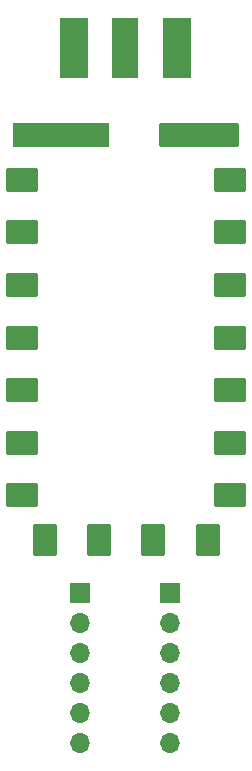
<source format=gbr>
%TF.GenerationSoftware,KiCad,Pcbnew,7.0.7*%
%TF.CreationDate,2023-09-17T23:45:05-06:00*%
%TF.ProjectId,dra818-breakout,64726138-3138-42d6-9272-65616b6f7574,1*%
%TF.SameCoordinates,Original*%
%TF.FileFunction,Soldermask,Top*%
%TF.FilePolarity,Negative*%
%FSLAX46Y46*%
G04 Gerber Fmt 4.6, Leading zero omitted, Abs format (unit mm)*
G04 Created by KiCad (PCBNEW 7.0.7) date 2023-09-17 23:45:05*
%MOMM*%
%LPD*%
G01*
G04 APERTURE LIST*
G04 Aperture macros list*
%AMRoundRect*
0 Rectangle with rounded corners*
0 $1 Rounding radius*
0 $2 $3 $4 $5 $6 $7 $8 $9 X,Y pos of 4 corners*
0 Add a 4 corners polygon primitive as box body*
4,1,4,$2,$3,$4,$5,$6,$7,$8,$9,$2,$3,0*
0 Add four circle primitives for the rounded corners*
1,1,$1+$1,$2,$3*
1,1,$1+$1,$4,$5*
1,1,$1+$1,$6,$7*
1,1,$1+$1,$8,$9*
0 Add four rect primitives between the rounded corners*
20,1,$1+$1,$2,$3,$4,$5,0*
20,1,$1+$1,$4,$5,$6,$7,0*
20,1,$1+$1,$6,$7,$8,$9,0*
20,1,$1+$1,$8,$9,$2,$3,0*%
G04 Aperture macros list end*
%ADD10RoundRect,0.102000X-1.235000X-0.940000X1.235000X-0.940000X1.235000X0.940000X-1.235000X0.940000X0*%
%ADD11RoundRect,0.102000X-0.940000X1.235000X-0.940000X-1.235000X0.940000X-1.235000X0.940000X1.235000X0*%
%ADD12RoundRect,0.102000X1.235000X0.940000X-1.235000X0.940000X-1.235000X-0.940000X1.235000X-0.940000X0*%
%ADD13RoundRect,0.102000X-3.300000X-0.900000X3.300000X-0.900000X3.300000X0.900000X-3.300000X0.900000X0*%
%ADD14RoundRect,0.102000X-4.000000X-0.900000X4.000000X-0.900000X4.000000X0.900000X-4.000000X0.900000X0*%
%ADD15R,2.290000X5.080000*%
%ADD16R,2.420000X5.080000*%
%ADD17R,1.700000X1.700000*%
%ADD18O,1.700000X1.700000*%
G04 APERTURE END LIST*
D10*
%TO.C,U1*%
X160020000Y-79980000D03*
X160020000Y-84430000D03*
X160020000Y-88880000D03*
X160020000Y-93330000D03*
X160020000Y-97780000D03*
X160020000Y-102230000D03*
X160020000Y-106680000D03*
D11*
X158095000Y-110455000D03*
X153495000Y-110455000D03*
X148895000Y-110455000D03*
X144295000Y-110455000D03*
D12*
X142370000Y-106680000D03*
X142370000Y-102230000D03*
D10*
X142370000Y-97780000D03*
X142370000Y-93330000D03*
X142370000Y-88880000D03*
X142370000Y-84430000D03*
X142370000Y-79980000D03*
D13*
X157395000Y-76205000D03*
D14*
X145695000Y-76205000D03*
%TD*%
D15*
%TO.C,AE1*%
X151130000Y-68840000D03*
D16*
X155510000Y-68840000D03*
X146750000Y-68840000D03*
%TD*%
D17*
%TO.C,J1*%
X154940000Y-114920000D03*
D18*
X154940000Y-117460000D03*
X154940000Y-120000000D03*
X154940000Y-122540000D03*
X154940000Y-125080000D03*
X154940000Y-127620000D03*
%TD*%
D17*
%TO.C,J2*%
X147320000Y-114920000D03*
D18*
X147320000Y-117460000D03*
X147320000Y-120000000D03*
X147320000Y-122540000D03*
X147320000Y-125080000D03*
X147320000Y-127620000D03*
%TD*%
M02*

</source>
